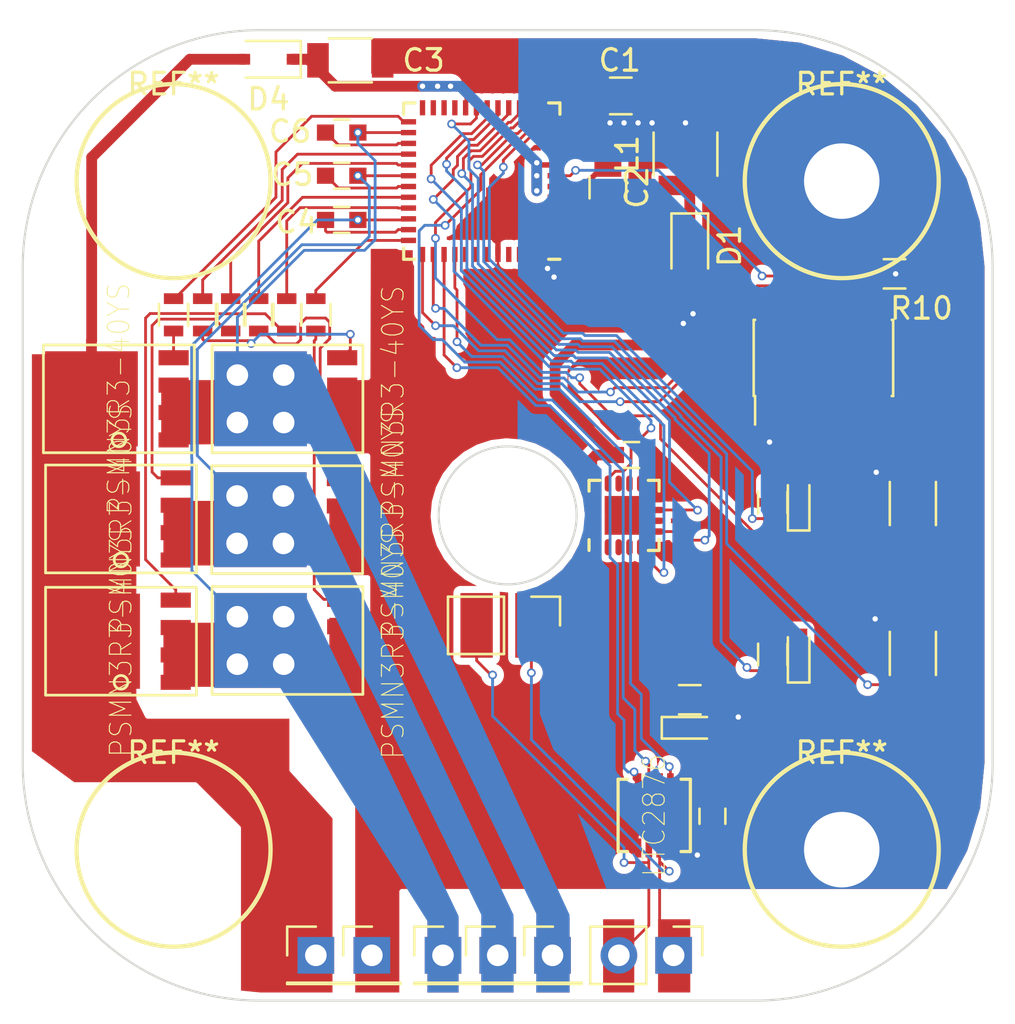
<source format=kicad_pcb>
(kicad_pcb (version 20221018) (generator pcbnew)
  (layers (0 "F.Cu" signal) (31 "B.Cu" signal) (34 "B.Paste" user) (35 "F.Paste" user) (36 "B.SilkS" user "B.Silkscreen") (37 "F.SilkS" user "F.Silkscreen") (38 "B.Mask" user) (39 "F.Mask" user) (44 "Edge.Cuts" user))
  (net 0 "")
  (net 1 "+3V3")
  (net 2 "Earth")
  (net 3 "Net-(C2-Pad2)")
  (net 4 "VM")
  (net 5 "O1")
  (net 6 "BOOT1")
  (net 7 "O2")
  (net 8 "BOOT2")
  (net 9 "O3")
  (net 10 "BOOT3")
  (net 11 "Net-(D1-Pad1)")
  (net 12 "Net-(D2-Pad1)")
  (net 13 "Net-(D3-Pad2)")
  (net 14 "+12V")
  (net 15 "Net-(D5-Pad2)")
  (net 16 "NRST")
  (net 17 "SWDCLK")
  (net 18 "SWDIO")
  (net 19 "MOSI")
  (net 20 "MISO")
  (net 21 "SCK")
  (net 22 "CS")
  (net 23 "RS-B")
  (net 24 "RS-A")
  (net 25 "Net-(Q1-Pad4)")
  (net 26 "Net-(Q2-Pad4)")
  (net 27 "Net-(Q3-Pad4)")
  (net 28 "Net-(Q4-Pad4)")
  (net 29 "Net-(Q5-Pad4)")
  (net 30 "Net-(Q6-Pad4)")
  (net 31 "H1")
  (net 32 "L1")
  (net 33 "H2")
  (net 34 "L2")
  (net 35 "H3")
  (net 36 "L3")
  (net 37 "Net-(U1-Pad4)")
  (net 38 "Net-(U1-Pad5)")
  (net 39 "DE")
  (net 40 "TX")
  (net 41 "RX")
  (net 42 "Net-(CALIB1-Pad1)")
  (net 43 "Net-(ID1-Pad1)")
  (net 44 "Net-(R1-Pad1)")
  (net 45 "Net-(R2-Pad1)")
  (footprint "Capacitors_SMD:C_0805" (layer "F.Cu") (at 70.75 46.05 180)
    (fp_text reference "C1")
    (fp_text value "100uF")
  )
  (footprint "Capacitors_SMD:C_0805" (layer "F.Cu") (at 70.15 50.3 90)
    (fp_text reference "C2")
    (fp_text value "22uF")
  )
  (footprint "Capacitors_SMD:C_0603" (layer "F.Cu") (at 57.8 51.8)
    (fp_text reference "C4")
    (fp_text value "1uF")
  )
  (footprint "Capacitors_SMD:C_0603" (layer "F.Cu") (at 57.8 49.75)
    (fp_text reference "C5")
    (fp_text value "1uF")
  )
  (footprint "Capacitors_SMD:C_0603" (layer "F.Cu") (at 57.8 47.75)
    (fp_text reference "C6")
    (fp_text value "1uF")
  )
  (footprint "Capacitors_SMD:C_0603" (layer "F.Cu") (at 75 79.45 -90)
    (fp_text reference "C7" hide)
    (fp_text value "1uF")
  )
  (footprint "Capacitors_SMD:C_0603" (layer "F.Cu") (at 71.25 62.7 180)
    (fp_text reference "C8" hide)
    (fp_text value "0.1uF")
  )
  (footprint "Resistors_SMD:R_1206" (layer "F.Cu") (at 84.3 64.95 90)
    (fp_text reference "CALIB1" hide)
    (fp_text value "CALIB")
  )
  (footprint "Diodes_SMD:D_SOD-323F" (layer "F.Cu") (at 73.95 53 -90)
    (fp_text reference "D1")
    (fp_text value "CD0603-B0340R")
  )
  (footprint "LEDs:LED_0603" (layer "F.Cu") (at 73.95 75.35)
    (fp_text reference "D2" hide)
    (fp_text value "CD0603-B0340R")
  )
  (footprint "LEDs:LED_0603" (layer "F.Cu") (at 79 71.95 90)
    (fp_text reference "D3" hide)
    (fp_text value "ID")
  )
  (footprint "Diodes_SMD:D_SOD-323F" (layer "F.Cu") (at 54.4 44.35 180)
    (fp_text reference "D4")
    (fp_text value "D")
  )
  (footprint "LEDs:LED_0603" (layer "F.Cu") (at 79 64.9 90)
    (fp_text reference "D5" hide)
    (fp_text value "CALIB")
  )
  (footprint "Resistors_SMD:R_1206" (layer "F.Cu") (at 84.3 71.9 90)
    (fp_text reference "ID1" hide)
    (fp_text value "ID")
  )
  (footprint "Pin_Headers:Pin_Header_Straight_1x02_Pitch2.54mm" (layer "F.Cu") (at 73.2 85.9 -90)
    (fp_text reference "J3" hide)
    (fp_text value "RS485")
  )
  (footprint "Pin_Headers:Pin_Header_Straight_1x01_Pitch2.54mm" (layer "F.Cu") (at 56.6 85.9)
    (fp_text reference "J6" hide)
    (fp_text value "12")
  )
  (footprint "Pin_Headers:Pin_Header_Straight_1x01_Pitch2.54mm" (layer "F.Cu") (at 59.2 85.9)
    (fp_text reference "J9" hide)
    (fp_text value "GND")
  )
  (footprint "Pin_Headers:Pin_Header_Straight_1x01_Pitch2.54mm" (layer "F.Cu") (at 62.5 85.9)
    (fp_text reference "J11" hide)
    (fp_text value "V")
  )
  (footprint "Pin_Headers:Pin_Header_Straight_1x01_Pitch2.54mm" (layer "F.Cu") (at 64.9 85.9)
    (fp_text reference "J12" hide)
    (fp_text value "U")
  )
  (footprint "Pin_Headers:Pin_Header_Straight_1x01_Pitch2.54mm" (layer "F.Cu") (at 67.6 85.9)
    (fp_text reference "J13" hide)
    (fp_text value "W")
  )
  (footprint "Inductors_SMD:L_1210" (layer "F.Cu") (at 73.75 48.75 90)
    (fp_text reference "L1")
    (fp_text value "22uH")
  )
  (footprint "Dizzy:PSMN3R3-40YS" (layer "F.Cu") (at 47.56 71.335 90)
    (fp_text reference "Q1" hide)
    (fp_text value "PSMN3R3-40YS")
  )
  (footprint "Dizzy:PSMN3R3-40YS" (layer "F.Cu") (at 47.56 65.665 90)
    (fp_text reference "Q3" hide)
    (fp_text value "PSMN3R3-40YS")
  )
  (footprint "Dizzy:PSMN3R3-40YS" (layer "F.Cu") (at 47.46 60.095 90)
    (fp_text reference "Q5" hide)
    (fp_text value "PSMN3R3-40YS")
  )
  (footprint "Resistors_SMD:R_0603" (layer "F.Cu") (at 77.8 71.95 90)
    (fp_text reference "R1" hide)
    (fp_text value "320")
  )
  (footprint "Resistors_SMD:R_0603" (layer "F.Cu") (at 77.8 64.9 90)
    (fp_text reference "R2" hide)
    (fp_text value "320")
  )
  (footprint "Resistors_SMD:R_0603" (layer "F.Cu") (at 55.25 56.2 90)
    (fp_text reference "R3" hide)
    (fp_text value "10")
  )
  (footprint "Resistors_SMD:R_0603" (layer "F.Cu") (at 56.6 56.2 90)
    (fp_text reference "R4" hide)
    (fp_text value "10")
  )
  (footprint "Resistors_SMD:R_0603" (layer "F.Cu") (at 52.65 56.2 90)
    (fp_text reference "R5" hide)
    (fp_text value "10")
  )
  (footprint "Resistors_SMD:R_0603" (layer "F.Cu") (at 53.95 56.2 90)
    (fp_text reference "R6" hide)
    (fp_text value "10")
  )
  (footprint "Resistors_SMD:R_0603" (layer "F.Cu") (at 50 56.2 90)
    (fp_text reference "R7" hide)
    (fp_text value "10")
  )
  (footprint "Resistors_SMD:R_0603" (layer "F.Cu") (at 51.35 56.2 90)
    (fp_text reference "R8" hide)
    (fp_text value "10")
  )
  (footprint "Resistors_SMD:R_0603" (layer "F.Cu") (at 73.95 74.05)
    (fp_text reference "R9" hide)
    (fp_text value "320")
  )
  (footprint "Dizzy:STSPIN32-nopad" (layer "F.Cu") (at 64.3 50 180)
    (fp_text reference "U1" hide)
    (fp_text value "STSPIN32F0")
  )
  (footprint "Dizzy:LTC2876" (layer "F.Cu") (at 72.3 79.4113 -90)
    (fp_text reference "U2" hide)
    (fp_text value "LTC2876")
  )
  (footprint "Housings_DFN_QFN:QFN-16-1EP_3x3mm_Pitch0.5mm" (layer "F.Cu") (at 70.9 65.5 90)
    (fp_text reference "U3" hide)
    (fp_text value "MA700")
  )
  (footprint "Dizzy:Oscillator" (layer "F.Cu") (at 67.7 55.15 90)
    (fp_text reference "Y1" hide)
    (fp_text value "8Mhz")
  )
  (footprint "Capacitors_SMD:C_1206" (layer "F.Cu") (at 58.2 44.4)
    (fp_text reference "C3")
    (fp_text value "1uF")
  )
  (footprint "Dizzy:PSMN3R3-40YS-vias" (layer "F.Cu") (at 55.283935 71.3 90)
    (fp_text reference "Q2" hide)
    (fp_text value "PSMN3R3-40YS")
  )
  (footprint "Dizzy:PSMN3R3-40YS-vias" (layer "F.Cu") (at 55.27 65.7 90)
    (fp_text reference "Q4" hide)
    (fp_text value "PSMN3R3-40YS")
  )
  (footprint "Dizzy:PSMN3R3-40YS-vias" (layer "F.Cu") (at 55.283935 60.095 90)
    (fp_text reference "Q6" hide)
    (fp_text value "PSMN3R3-40YS")
  )
  (footprint "Pin_Headers:Pin_Header_Straight_2x05_Pitch1.27mm_SMD" (layer "F.Cu") (at 80.15 58.2 90)
    (fp_text reference "J1" hide)
    (fp_text value "CONN_02X05")
  )
  (footprint "Pin_Headers:Pin_Header_Straight_1x02_Pitch2.54mm" (layer "F.Cu") (at 66.6 70.6 -90)
    (fp_text reference "J2" hide)
    (fp_text value "RS485")
  )
  (footprint "Resistors_SMD:R_0603" (layer "F.Cu") (at 83.45 54.3 180)
    (fp_text reference "R10")
    (fp_text value "10k")
  )
  (footprint "Mounting_Holes:MountingHole_3.5mm" (layer "F.Cu") (at 50 50)
    (fp_text reference "REF**")
    (fp_text value "MountingHole_3.5mm")
  )
  (footprint "Mounting_Holes:MountingHole_3.5mm" (layer "F.Cu") (at 81 50)
    (fp_text reference "REF**")
    (fp_text value "MountingHole_3.5mm")
  )
  (footprint "Mounting_Holes:MountingHole_3.5mm" (layer "F.Cu") (at 81 81)
    (fp_text reference "REF**")
    (fp_text value "MountingHole_3.5mm")
  )
  (footprint "Mounting_Holes:MountingHole_3.5mm" (layer "F.Cu") (at 50 81)
    (fp_text reference "REF**")
    (fp_text value "MountingHole_3.5mm")
  )
  (gr_circle (center 81 50) (end 85.5 50) (stroke (width 0.2)) (fill none) (layer "F.SilkS"))
  (gr_circle (center 50 81) (end 54.5 81) (stroke (width 0.2)) (fill none) (layer "F.SilkS"))
  (gr_circle (center 81 81) (end 85.5 81) (stroke (width 0.2)) (fill none) (layer "F.SilkS"))
  (gr_circle (center 50 50) (end 54.5 50) (stroke (width 0.2)) (fill none) (layer "F.SilkS"))
  (gr_line (start 88 54) (end 88 77) (stroke (width 0.1)) (layer "Edge.Cuts"))
  (gr_arc (start 77 43) (mid 84.778175 46.221825) (end 88 54) (stroke (width 0.1)) (layer "Edge.Cuts"))
  (gr_arc (start 88 77) (mid 84.778175 84.778175) (end 77 88) (stroke (width 0.1)) (layer "Edge.Cuts"))
  (gr_line (start 54 43) (end 77 43) (stroke (width 0.1)) (layer "Edge.Cuts"))
  (gr_circle (center 65.5 65.5) (end 68.7 65.5) (stroke (width 0.1)) (fill none) (layer "Edge.Cuts"))
  (gr_line (start 54 88) (end 77 88) (stroke (width 0.1)) (layer "Edge.Cuts"))
  (gr_arc (start 43 54) (mid 46.221825 46.221825) (end 54 43) (stroke (width 0.1)) (layer "Edge.Cuts"))
  (gr_arc (start 54 88) (mid 46.221825 84.778175) (end 43 77) (stroke (width 0.1)) (layer "Edge.Cuts"))
  (gr_line (start 43 54) (end 43 77) (stroke (width 0.1)) (layer "Edge.Cuts"))
  (segment (start 67.35 54.05) (end 67.35 54.15) (width 0.25) (layer "F.Cu") (net 1))
  (segment (start 74.75 75.35) (end 75.65 75.35) (width 0.13) (layer "F.Cu") (net 1))
  (segment (start 69.275 61.5) (end 69.275 61.425) (width 0.5) (layer "F.Cu") (net 1))
  (segment (start 68.8 47.75) (end 68.8 47.7) (width 0.25) (layer "F.Cu") (net 1))
  (segment (start 73.75 47.3) (end 72.2 47.3) (width 0.5) (layer "F.Cu") (net 1))
  (segment (start 84.3 70.45) (end 82.7 70.45) (width 0.25) (layer "F.Cu") (net 1))
  (segment (start 67.7 48.25) (end 68.3 48.25) (width 0.25) (layer "F.Cu") (net 1))
  (segment (start 67.7 58.5) (end 68.6 57.6) (width 0.5) (layer "F.Cu") (net 1))
  (segment (start 69.425 64.025) (end 69.425 64.75) (width 0.25) (layer "F.Cu") (net 1))
  (segment (start 75.65 75.35) (end 76.15 74.85) (width 0.13) (layer "F.Cu") (net 1))
  (segment (start 77.61 62.06) (end 77.65 62.1) (width 0.13) (layer "F.Cu") (net 1))
  (segment (start 73.75 47.3) (end 73 47.3) (width 0.5) (layer "F.Cu") (net 1))
  (segment (start 76.15 74.85) (end 76.2 74.85) (width 0.13) (layer "F.Cu") (net 1))
  (segment (start 69.9 47.3) (end 69.2 47.3) (width 0.5) (layer "F.Cu") (net 1))
  (segment (start 84.2 54.3) (end 83.5 54.3) (width 0.13) (layer "F.Cu") (net 1))
  (segment (start 70.475 62.7) (end 70.5 62.7) (width 0.5) (layer "F.Cu") (net 1))
  (segment (start 67.35 54.15) (end 67.65 54.45) (width 0.25) (layer "F.Cu") (net 1))
  (segment (start 73 47.3) (end 71.75 46.05) (width 0.5) (layer "F.Cu") (net 1))
  (segment (start 70.5 62.7) (end 69.6 62.7) (width 0.5) (layer "F.Cu") (net 1))
  (segment (start 74.2774 80.9226) (end 75 80.2) (width 0.25) (layer "F.Cu") (net 1))
  (segment (start 68.3 48.25) (end 68.8 47.75) (width 0.25) (layer "F.Cu") (net 1))
  (segment (start 74.2774 81.2274) (end 74.3 81.25) (width 0.25) (layer "F.Cu") (net 1))
  (segment (start 82.7 70.45) (end 82.55 70.3) (width 0.25) (layer "F.Cu") (net 1))
  (segment (start 74.2774 80.9226) (end 74.2774 81.2274) (width 0.25) (layer "F.Cu") (net 1))
  (segment (start 70.475 62.7) (end 69.275 61.5) (width 0.5) (layer "F.Cu") (net 1))
  (segment (start 69.275 61.425) (end 67.7 59.85) (width 0.5) (layer "F.Cu") (net 1))
  (segment (start 67.05 53.4) (end 67.05 53.75) (width 0.25) (layer "F.Cu") (net 1))
  (segment (start 71.55 47.3) (end 70.9 47.3) (width 0.5) (layer "F.Cu") (net 1))
  (segment (start 70.9 47.3) (end 70.25 47.3) (width 0.5) (layer "F.Cu") (net 1))
  (segment (start 72.65 57.6) (end 73.65 56.6) (width 0.5) (layer "F.Cu") (net 1))
  (segment (start 67.7 59.85) (end 67.7 58.5) (width 0.5) (layer "F.Cu") (net 1))
  (segment (start 73.55 47.1) (end 73.75 47.3) (width 0.5) (layer "F.Cu") (net 1))
  (segment (start 69.4 62.9) (end 69.4 64) (width 0.5) (layer "F.Cu") (net 1))
  (segment (start 69.4 64) (end 69.425 64.025) (width 0.25) (layer "F.Cu") (net 1))
  (segment (start 72.2 47.3) (end 71.55 47.3) (width 0.5) (layer "F.Cu") (net 1))
  (segment (start 68.6 57.6) (end 72.65 57.6) (width 0.5) (layer "F.Cu") (net 1))
  (segment (start 69.6 62.7) (end 69.4 62.9) (width 0.5) (layer "F.Cu") (net 1))
  (segment (start 69.2 47.3) (end 68.8 47.7) (width 0.5) (layer "F.Cu") (net 1))
  (segment (start 77.61 60.15) (end 77.61 62.06) (width 0.13) (layer "F.Cu") (net 1))
  (segment (start 70.25 47.3) (end 69.9 47.3) (width 0.5) (layer "F.Cu") (net 1))
  (segment (start 67.05 53.75) (end 67.35 54.05) (width 0.25) (layer "F.Cu") (net 1))
  (segment (start 73.65 56.6) (end 74.1 56.15) (width 0.5) (layer "F.Cu") (net 1))
  (segment (start 84.3 63.5) (end 82.6 63.5) (width 0.25) (layer "F.Cu") (net 1))
  (segment (start 73.05 80.9226) (end 74.2774 80.9226) (width 0.25) (layer "F.Cu") (net 1))
  (via (at 82.55 70.3) (size 0.4) (drill 0.25) (layers "F.Cu" "B.Cu") (net 1))
  (via (at 77.65 62.1) (size 0.4) (drill 0.25) (layers "F.Cu" "B.Cu") (net 1))
  (via (at 73.75 47.3) (size 0.4) (drill 0.25) (layers "F.Cu" "B.Cu") (net 1))
  (via (at 83.5 54.3) (size 0.4) (drill 0.25) (layers "F.Cu" "B.Cu") (net 1))
  (via (at 70.25 47.3) (size 0.4) (drill 0.25) (layers "F.Cu" "B.Cu") (net 1))
  (via (at 74.1 56.15) (size 0.4) (drill 0.25) (layers "F.Cu" "B.Cu") (net 1))
  (via (at 71.55 47.3) (size 0.4) (drill 0.25) (layers "F.Cu" "B.Cu") (net 1))
  (via (at 74.3 81.25) (size 0.4) (drill 0.25) (layers "F.Cu" "B.Cu") (net 1))
  (via (at 72.2 47.3) (size 0.4) (drill 0.25) (layers "F.Cu" "B.Cu") (net 1))
  (via (at 67.35 54.05) (size 0.4) (drill 0.25) (layers "F.Cu" "B.Cu") (net 1))
  (via (at 67.65 54.45) (size 0.4) (drill 0.25) (layers "F.Cu" "B.Cu") (net 1))
  (via (at 70.9 47.3) (size 0.4) (drill 0.25) (layers "F.Cu" "B.Cu") (net 1))
  (via (at 76.2 74.85) (size 0.4) (drill 0.25) (layers "F.Cu" "B.Cu") (net 1))
  (via (at 73.65 56.6) (size 0.4) (drill 0.25) (layers "F.Cu" "B.Cu") (net 1))
  (via (at 82.6 63.5) (size 0.4) (drill 0.25) (layers "F.Cu" "B.Cu") (net 1))
  (segment (start 59.7 44.4) (end 61.65 44.4) (width 0.5) (layer "F.Cu") (net 2))
  (segment (start 65 51.8) (end 65 52.65) (width 0.5) (layer "F.Cu") (net 2))
  (segment (start 65 50.8) (end 65 51.8) (width 0.5) (layer "F.Cu") (net 2))
  (segment (start 65.05 53.4) (end 65.05 52.7) (width 0.25) (layer "F.Cu") (net 2))
  (segment (start 65.05 52.7) (end 65 52.65) (width 0.25) (layer "F.Cu") (net 2))
  (segment (start 69 50.25) (end 68.3 50.25) (width 0.25) (layer "F.Cu") (net 3))
  (segment (start 70.15 49.3) (end 69.95 49.3) (width 0.25) (layer "F.Cu") (net 3))
  (segment (start 69.95 49.3) (end 69 50.25) (width 0.25) (layer "F.Cu") (net 3))
  (segment (start 68.3 50.25) (end 67.7 50.25) (width 0.25) (layer "F.Cu") (net 3))
  (segment (start 66.95 49.25) (end 66.85 49.15) (width 0.25) (layer "F.Cu") (net 4))
  (segment (start 55.5 44.35) (end 56.25 44.35) (width 0.5) (layer "F.Cu") (net 4))
  (segment (start 61.55 45.600004) (end 62.249996 45.600004) (width 0.5) (layer "F.Cu") (net 4))
  (segment (start 62.249996 45.600004) (end 62.25 45.6) (width 0.5) (layer "F.Cu") (net 4))
  (segment (start 62.25 45.6) (end 62.850004 45.6) (width 0.5) (layer "F.Cu") (net 4))
  (segment (start 56.25 44.35) (end 57.500004 45.600004) (width 0.5) (layer "F.Cu") (net 4))
  (segment (start 61.267158 45.600004) (end 61.55 45.600004) (width 0.5) (layer "F.Cu") (net 4))
  (segment (start 66.85 49.75) (end 66.85 49.15) (width 0.5) (layer "F.Cu") (net 4))
  (segment (start 67.7 49.25) (end 66.95 49.25) (width 0.25) (layer "F.Cu") (net 4))
  (segment (start 57.500004 45.600004) (end 61.267158 45.600004) (width 0.5) (layer "F.Cu") (net 4))
  (segment (start 66.85 50.45) (end 66.85 49.75) (width 0.5) (layer "F.Cu") (net 4))
  (segment (start 56.65 44.35) (end 56.7 44.4) (width 0.5) (layer "F.Cu") (net 4))
  (segment (start 55.5 44.35) (end 56.65 44.35) (width 0.5) (layer "F.Cu") (net 4))
  (via (at 62.25 45.6) (size 0.4) (drill 0.25) (layers "F.Cu" "B.Cu") (net 4))
  (via (at 66.85 50.45) (size 0.4) (drill 0.25) (layers "F.Cu" "B.Cu") (net 4))
  (via (at 66.85 49.75) (size 0.4) (drill 0.25) (layers "F.Cu" "B.Cu") (net 4))
  (via (at 62.850004 45.6) (size 0.4) (drill 0.25) (layers "F.Cu" "B.Cu") (net 4))
  (via (at 66.85 49.15) (size 0.4) (drill 0.25) (layers "F.Cu" "B.Cu") (net 4))
  (via (at 61.55 45.600004) (size 0.4) (drill 0.25) (layers "F.Cu" "B.Cu") (net 4))
  (segment (start 66.85 49.15) (end 66.85 49.75) (width 0.5) (layer "B.Cu") (net 4))
  (segment (start 63.3 45.6) (end 63.132846 45.6) (width 0.5) (layer "B.Cu") (net 4))
  (segment (start 62.25 45.6) (end 62.850004 45.6) (width 0.5) (layer "B.Cu") (net 4))
  (segment (start 66.85 49.75) (end 66.85 50.45) (width 0.5) (layer "B.Cu") (net 4))
  (segment (start 62.249996 45.600004) (end 62.25 45.6) (width 0.5) (layer "B.Cu") (net 4))
  (segment (start 61.55 45.600004) (end 62.249996 45.600004) (width 0.5) (layer "B.Cu") (net 4))
  (segment (start 63.132846 45.6) (end 62.850004 45.6) (width 0.5) (layer "B.Cu") (net 4))
  (segment (start 66.85 49.15) (end 63.3 45.6) (width 0.5) (layer "B.Cu") (net 4))
  (segment (start 58.55 51.8) (end 60.85 51.8) (width 0.13) (layer "F.Cu") (net 5))
  (segment (start 60.85 51.8) (end 60.9 51.75) (width 0.13) (layer "F.Cu") (net 5))
  (via (at 58.55 51.8) (size 0.4) (drill 0.25) (layers "F.Cu" "B.Cu") (net 5))
  (segment (start 50.839989 62.8377) (end 50.839989 57.630011) (width 0.13) (layer "B.Cu") (net 5))
  (segment (start 56.67 51.8) (end 58.02 51.8) (width 0.13) (layer "B.Cu") (net 5))
  (segment (start 58.02 51.8) (end 58.55 51.8) (width 0.13) (layer "B.Cu") (net 5))
  (segment (start 52.958935 70.175) (end 50.85 68.066065) (width 0.13) (layer "B.Cu") (net 5))
  (segment (start 50.85 62.847711) (end 50.839989 62.8377) (width 0.13) (layer "B.Cu") (net 5))
  (segment (start 52.958935 70.2) (end 52.958935 70.175) (width 0.13) (layer "B.Cu") (net 5))
  (segment (start 50.839989 57.630011) (end 56.67 51.8) (width 0.13) (layer "B.Cu") (net 5))
  (segment (start 50.85 68.066065) (end 50.85 62.847711) (width 0.13) (layer "B.Cu") (net 5))
  (segment (start 60.299999 52.370001) (end 60.42 52.25) (width 0.13) (layer "F.Cu") (net 6))
  (segment (start 57.05 51.8) (end 57.05 52.305) (width 0.13) (layer "F.Cu") (net 6))
  (segment (start 57.115001 52.370001) (end 60.299999 52.370001) (width 0.13) (layer "F.Cu") (net 6))
  (segment (start 57.05 52.305) (end 57.115001 52.370001) (width 0.13) (layer "F.Cu") (net 6))
  (segment (start 60.42 52.25) (end 60.9 52.25) (width 0.13) (layer "F.Cu") (net 6))
  (segment (start 59.08 49.75) (end 60.9 49.75) (width 0.13) (layer "F.Cu") (net 7))
  (segment (start 58.55 49.75) (end 59.08 49.75) (width 0.13) (layer "F.Cu") (net 7))
  (via (at 58.55 49.75) (size 0.4) (drill 0.25) (layers "F.Cu" "B.Cu") (net 7))
  (segment (start 58.55 49.75) (end 58.575 49.75) (width 0.13) (layer "B.Cu") (net 7))
  (segment (start 51.1 62.73) (end 52.945 64.575) (width 0.13) (layer "B.Cu") (net 7))
  (segment (start 51.1 57.8) (end 51.1 62.73) (width 0.13) (layer "B.Cu") (net 7))
  (segment (start 59.08 52.57) (end 58.7 52.95) (width 0.13) (layer "B.Cu") (net 7))
  (segment (start 58.575 49.75) (end 59.08 50.255) (width 0.13) (layer "B.Cu") (net 7))
  (segment (start 55.95 52.95) (end 51.1 57.8) (width 0.13) (layer "B.Cu") (net 7))
  (segment (start 52.945 64.575) (end 52.945 64.6) (width 0.13) (layer "B.Cu") (net 7))
  (segment (start 59.08 50.255) (end 59.08 52.57) (width 0.13) (layer "B.Cu") (net 7))
  (segment (start 58.7 52.95) (end 55.95 52.95) (width 0.13) (layer "B.Cu") (net 7))
  (segment (start 57.075 49.75) (end 57.645001 50.320001) (width 0.13) (layer "F.Cu") (net 8))
  (segment (start 60.349999 50.320001) (end 60.42 50.25) (width 0.13) (layer "F.Cu") (net 8))
  (segment (start 57.645001 50.320001) (end 60.349999 50.320001) (width 0.13) (layer "F.Cu") (net 8))
  (segment (start 57.05 49.75) (end 57.075 49.75) (width 0.13) (layer "F.Cu") (net 8))
  (segment (start 60.42 50.25) (end 60.9 50.25) (width 0.13) (layer "F.Cu") (net 8))
  (segment (start 60.9 47.75) (end 58.55 47.75) (width 0.13) (layer "F.Cu") (net 9))
  (via (at 58.55 47.75) (size 0.4) (drill 0.25) (layers "F.Cu" "B.Cu") (net 9))
  (segment (start 55.108935 58.97) (end 55.108935 58.995) (width 0.13) (layer "B.Cu") (net 9))
  (segment (start 52.958935 58.995) (end 52.958935 56.308775) (width 0.13) (layer "B.Cu") (net 9))
  (segment (start 58.55 48.255) (end 58.55 47.75) (width 0.13) (layer "B.Cu") (net 9))
  (segment (start 59.35 49.055) (end 58.55 48.255) (width 0.13) (layer "B.Cu") (net 9))
  (segment (start 58.8577 53.210011) (end 59.35 52.717711) (width 0.13) (layer "B.Cu") (net 9))
  (segment (start 56.057699 53.210011) (end 58.8577 53.210011) (width 0.13) (layer "B.Cu") (net 9))
  (segment (start 59.35 52.717711) (end 59.35 49.055) (width 0.13) (layer "B.Cu") (net 9))
  (segment (start 52.958935 56.308775) (end 56.057699 53.210011) (width 0.13) (layer "B.Cu") (net 9))
  (segment (start 60.349999 48.320001) (end 60.42 48.25) (width 0.13) (layer "F.Cu") (net 10))
  (segment (start 57.05 47.75) (end 57.075 47.75) (width 0.13) (layer "F.Cu") (net 10))
  (segment (start 57.075 47.75) (end 57.645001 48.320001) (width 0.13) (layer "F.Cu") (net 10))
  (segment (start 60.42 48.25) (end 60.9 48.25) (width 0.13) (layer "F.Cu") (net 10))
  (segment (start 57.645001 48.320001) (end 60.349999 48.320001) (width 0.13) (layer "F.Cu") (net 10))
  (segment (start 72.919999 48.419999) (end 68.930001 48.419999) (width 0.5) (layer "F.Cu") (net 11))
  (segment (start 73.75 49.25) (end 72.919999 48.419999) (width 0.5) (layer "F.Cu") (net 11))
  (segment (start 73.95 51.9) (end 73.95 50.4) (width 0.5) (layer "F.Cu") (net 11))
  (segment (start 73.75 50.2) (end 73.75 49.25) (width 0.5) (layer "F.Cu") (net 11))
  (segment (start 68.6 48.75) (end 67.7 48.75) (width 0.25) (layer "F.Cu") (net 11))
  (segment (start 68.930001 48.419999) (end 68.6 48.75) (width 0.25) (layer "F.Cu") (net 11))
  (segment (start 73.95 50.4) (end 73.75 50.2) (width 0.5) (layer "F.Cu") (net 11))
  (segment (start 73.2 74.05) (end 73.2 75.3) (width 0.13) (layer "F.Cu") (net 12))
  (segment (start 73.2 75.3) (end 73.15 75.35) (width 0.13) (layer "F.Cu") (net 12))
  (segment (start 77.85 71.15) (end 77.8 71.2) (width 0.13) (layer "F.Cu") (net 13))
  (segment (start 79 71.15) (end 77.85 71.15) (width 0.13) (layer "F.Cu") (net 13))
  (segment (start 50.75 44.35) (end 53.3 44.35) (width 0.5) (layer "F.Cu") (net 14))
  (segment (start 46.2 57.38) (end 46.2 48.9) (width 0.5) (layer "F.Cu") (net 14))
  (segment (start 46.19 57.39) (end 46.2 57.38) (width 0.5) (layer "F.Cu") (net 14))
  (segment (start 46.19 60.095) (end 46.19 57.39) (width 0.5) (layer "F.Cu") (net 14))
  (segment (start 46.2 48.9) (end 50.75 44.35) (width 0.5) (layer "F.Cu") (net 14))
  (segment (start 78.95 64.15) (end 79 64.1) (width 0.13) (layer "F.Cu") (net 15))
  (segment (start 77.8 64.15) (end 78.95 64.15) (width 0.13) (layer "F.Cu") (net 15))
  (segment (start 67.7 49.75) (end 68.4 49.75) (width 0.13) (layer "F.Cu") (net 16))
  (segment (start 82.69 55.42) (end 82.69 56.25) (width 0.13) (layer "F.Cu") (net 16))
  (segment (start 77.3 54.4) (end 81.67 54.4) (width 0.13) (layer "F.Cu") (net 16))
  (segment (start 82.7 56.24) (end 82.69 56.25) (width 0.13) (layer "F.Cu") (net 16))
  (segment (start 82.7 54.3) (end 82.7 56.24) (width 0.13) (layer "F.Cu") (net 16))
  (segment (start 68.4 49.75) (end 68.65 49.5) (width 0.13) (layer "F.Cu") (net 16))
  (segment (start 81.67 54.4) (end 82.69 55.42) (width 0.13) (layer "F.Cu") (net 16))
  (via (at 77.3 54.4) (size 0.4) (drill 0.25) (layers "F.Cu" "B.Cu") (net 16))
  (via (at 68.65 49.5) (size 0.4) (drill 0.25) (layers "F.Cu" "B.Cu") (net 16))
  (segment (start 68.65 49.5) (end 72.49 49.5) (width 0.13) (layer "B.Cu") (net 16))
  (segment (start 72.49 49.5) (end 77.3 54.31) (width 0.13) (layer "B.Cu") (net 16))
  (segment (start 68.65 49.5) (end 68.55 49.5) (width 0.13) (layer "B.Cu") (net 16))
  (segment (start 77.3 54.31) (end 77.3 54.4) (width 0.13) (layer "B.Cu") (net 16))
  (segment (start 70.470684 59.579316) (end 70.270685 59.779315) (width 0.13) (layer "F.Cu") (net 17))
  (segment (start 72.820684 59.579316) (end 70.470684 59.579316) (width 0.13) (layer "F.Cu") (net 17))
  (segment (start 75.2 57.2) (end 75.2 56.738998) (width 0.13) (layer "F.Cu") (net 17))
  (segment (start 75.2 57.2) (end 72.820684 59.579316) (width 0.13) (layer "F.Cu") (net 17))
  (segment (start 62.05 55.79501) (end 62.15499 55.9) (width 0.13) (layer "F.Cu") (net 17))
  (segment (start 75.2 56.738998) (end 77.083999 54.854999) (width 0.13) (layer "F.Cu") (net 17))
  (segment (start 78.88 55.42) (end 78.88 56.25) (width 0.13) (layer "F.Cu") (net 17))
  (segment (start 77.083999 54.854999) (end 78.314999 54.854999) (width 0.13) (layer "F.Cu") (net 17))
  (segment (start 62.05 53.4) (end 62.05 55.79501) (width 0.13) (layer "F.Cu") (net 17))
  (segment (start 78.314999 54.854999) (end 78.88 55.42) (width 0.13) (layer "F.Cu") (net 17))
  (via (at 62.15499 55.9) (size 0.4) (drill 0.25) (layers "F.Cu" "B.Cu") (net 17))
  (via (at 70.270685 59.779315) (size 0.4) (drill 0.25) (layers "F.Cu" "B.Cu") (net 17))
  (segment (start 67.000818 59.129978) (end 65.483031 57.612187) (width 0.13) (layer "B.Cu") (net 17))
  (segment (start 65.483031 57.612187) (end 64.264502 57.612187) (width 0.13) (layer "B.Cu") (net 17))
  (segment (start 62.552315 55.9) (end 62.437832 55.9) (width 0.13) (layer "B.Cu") (net 17))
  (segment (start 62.437832 55.9) (end 62.15499 55.9) (width 0.13) (layer "B.Cu") (net 17))
  (segment (start 68.764737 59.779315) (end 68.1154 59.129978) (width 0.13) (layer "B.Cu") (net 17))
  (segment (start 64.264502 57.612187) (end 62.552315 55.9) (width 0.13) (layer "B.Cu") (net 17))
  (segment (start 68.1154 59.129978) (end 67.000818 59.129978) (width 0.13) (layer "B.Cu") (net 17))
  (segment (start 70.270685 59.779315) (end 68.764737 59.779315) (width 0.13) (layer "B.Cu") (net 17))
  (segment (start 74.61771 58.15) (end 72.540394 60.227316) (width 0.13) (layer "F.Cu") (net 18))
  (segment (start 61.954991 56.504316) (end 62.15499 56.704315) (width 0.13) (layer "F.Cu") (net 18))
  (segment (start 71.001529 60.227316) (end 70.718687 60.227316) (width 0.13) (layer "F.Cu") (net 18))
  (segment (start 77.61 56.25) (end 77.11 56.25) (width 0.13) (layer "F.Cu") (net 18))
  (segment (start 61.55 53.4) (end 61.55 56.099325) (width 0.13) (layer "F.Cu") (net 18))
  (segment (start 77.11 56.25) (end 75.21 58.15) (width 0.13) (layer "F.Cu") (net 18))
  (segment (start 72.540394 60.227316) (end 71.001529 60.227316) (width 0.13) (layer "F.Cu") (net 18))
  (segment (start 75.21 58.15) (end 74.61771 58.15) (width 0.13) (layer "F.Cu") (net 18))
  (segment (start 61.55 56.099325) (end 61.954991 56.504316) (width 0.13) (layer "F.Cu") (net 18))
  (via (at 70.718687 60.227316) (size 0.4) (drill 0.25) (layers "F.Cu" "B.Cu") (net 18))
  (via (at 62.15499 56.704315) (size 0.4) (drill 0.25) (layers "F.Cu" "B.Cu") (net 18))
  (segment (start 64.156802 57.872198) (end 62.988919 56.704315) (width 0.13) (layer "B.Cu") (net 18))
  (segment (start 62.988919 56.704315) (end 62.437832 56.704315) (width 0.13) (layer "B.Cu") (net 18))
  (segment (start 66.893119 59.389989) (end 65.375331 57.872198) (width 0.13) (layer "B.Cu") (net 18))
  (segment (start 62.437832 56.704315) (end 62.15499 56.704315) (width 0.13) (layer "B.Cu") (net 18))
  (segment (start 70.718687 60.227316) (end 68.845027 60.227316) (width 0.13) (layer "B.Cu") (net 18))
  (segment (start 65.375331 57.872198) (end 64.156802 57.872198) (width 0.13) (layer "B.Cu") (net 18))
  (segment (start 68.845027 60.227316) (end 68.0077 59.389989) (width 0.13) (layer "B.Cu") (net 18))
  (segment (start 68.0077 59.389989) (end 66.893119 59.389989) (width 0.13) (layer "B.Cu") (net 18))
  (segment (start 64.55 47.079974) (end 63.829974 47.8) (width 0.13) (layer "F.Cu") (net 19))
  (segment (start 61.95 49.265396) (end 61.95 49.617158) (width 0.13) (layer "F.Cu") (net 19))
  (segment (start 63.829974 47.8) (end 63.415396 47.8) (width 0.13) (layer "F.Cu") (net 19))
  (segment (start 71.65 67.2) (end 72.6 68.15) (width 0.13) (layer "F.Cu") (net 19))
  (segment (start 64.55 46.6) (end 64.55 47.079974) (width 0.13) (layer "F.Cu") (net 19))
  (segment (start 72.6 68.15) (end 72.75 68.15) (width 0.13) (layer "F.Cu") (net 19))
  (segment (start 71.65 66.975) (end 71.65 67.2) (width 0.13) (layer "F.Cu") (net 19))
  (segment (start 61.95 49.617158) (end 61.95 49.9) (width 0.13) (layer "F.Cu") (net 19))
  (segment (start 63.415396 47.8) (end 61.95 49.265396) (width 0.13) (layer "F.Cu") (net 19))
  (via (at 61.95 49.9) (size 0.4) (drill 0.25) (layers "F.Cu" "B.Cu") (net 19))
  (via (at 72.75 68.15) (size 0.4) (drill 0.25) (layers "F.Cu" "B.Cu") (net 19))
  (segment (start 62.149999 50.099999) (end 61.95 49.9) (width 0.13) (layer "B.Cu") (net 19))
  (segment (start 72.75 68.15) (end 72.75 61.332291) (width 0.13) (layer "B.Cu") (net 19))
  (segment (start 68.4385 58.349945) (end 67.543679 58.349945) (width 0.13) (layer "B.Cu") (net 19))
  (segment (start 67.543679 58.349945) (end 63.349945 54.156211) (width 0.13) (layer "B.Cu") (net 19))
  (segment (start 63.349945 51.299945) (end 62.149999 50.099999) (width 0.13) (layer "B.Cu") (net 19))
  (segment (start 72.75 61.332291) (end 69.877776 58.460066) (width 0.13) (layer "B.Cu") (net 19))
  (segment (start 68.548621 58.460066) (end 68.4385 58.349945) (width 0.13) (layer "B.Cu") (net 19))
  (segment (start 63.349945 54.156211) (end 63.349945 51.299945) (width 0.13) (layer "B.Cu") (net 19))
  (segment (start 69.877776 58.460066) (end 68.548621 58.460066) (width 0.13) (layer "B.Cu") (net 19))
  (segment (start 65.05 46.95) (end 63.929634 48.070366) (width 0.13) (layer "F.Cu") (net 20))
  (segment (start 62.665825 48.934835) (end 62.665825 49.217677) (width 0.13) (layer "F.Cu") (net 20))
  (segment (start 63.530294 48.070366) (end 62.665825 48.934835) (width 0.13) (layer "F.Cu") (net 20))
  (segment (start 73.45 65.25) (end 72.375 65.25) (width 0.13) (layer "F.Cu") (net 20))
  (segment (start 65.05 46.6) (end 65.05 46.95) (width 0.13) (layer "F.Cu") (net 20))
  (segment (start 73.45 65.25) (end 74.299457 65.25) (width 0.13) (layer "F.Cu") (net 20))
  (segment (start 63.929634 48.070366) (end 63.530294 48.070366) (width 0.13) (layer "F.Cu") (net 20))
  (segment (start 74.299457 65.25) (end 74.308093 65.258636) (width 0.13) (layer "F.Cu") (net 20))
  (via (at 74.308093 65.258636) (size 0.4) (drill 0.25) (layers "F.Cu" "B.Cu") (net 20))
  (via (at 62.665825 49.217677) (size 0.4) (drill 0.25) (layers "F.Cu" "B.Cu") (net 20))
  (segment (start 70.117766 58.200055) (end 68.656321 58.200055) (width 0.13) (layer "B.Cu") (net 20))
  (segment (start 73.010011 61.0923) (end 70.117766 58.200055) (width 0.13) (layer "B.Cu") (net 20))
  (segment (start 67.651379 58.089934) (end 63.609956 54.048511) (width 0.13) (layer "B.Cu") (net 20))
  (segment (start 63.609956 50.474339) (end 62.665825 49.530208) (width 0.13) (layer "B.Cu") (net 20))
  (segment (start 62.665825 49.500519) (end 62.665825 49.217677) (width 0.13) (layer "B.Cu") (net 20))
  (segment (start 73.010011 63.960554) (end 73.010011 61.0923) (width 0.13) (layer "B.Cu") (net 20))
  (segment (start 74.308093 65.258636) (end 73.010011 63.960554) (width 0.13) (layer "B.Cu") (net 20))
  (segment (start 62.665825 49.530208) (end 62.665825 49.500519) (width 0.13) (layer "B.Cu") (net 20))
  (segment (start 68.656321 58.200055) (end 68.5462 58.089934) (width 0.13) (layer "B.Cu") (net 20))
  (segment (start 63.609956 54.048511) (end 63.609956 50.474339) (width 0.13) (layer "B.Cu") (net 20))
  (segment (start 68.5462 58.089934) (end 67.651379 58.089934) (width 0.13) (layer "B.Cu") (net 20))
  (segment (start 63.17196 49.266179) (end 62.976479 49.46166) (width 0.13) (layer "F.Cu") (net 21))
  (segment (start 62.249999 50.650001) (end 62.05 50.85) (width 0.13) (layer "F.Cu") (net 21))
  (segment (start 70.871011 63.45499) (end 70.49501 63.45499) (width 0.13) (layer "F.Cu") (net 21))
  (segment (start 71.225 62.375) (end 71.225 63.101002) (width 0.13) (layer "F.Cu") (net 21))
  (segment (start 63.17196 48.858016) (end 63.17196 49.266179) (width 0.13) (layer "F.Cu") (net 21))
  (segment (start 63.694999 48.334977) (end 63.17196 48.858016) (width 0.13) (layer "F.Cu") (net 21))
  (segment (start 65.55 46.6) (end 65.55 46.879976) (width 0.13) (layer "F.Cu") (net 21))
  (segment (start 72.15 61.45) (end 71.225 62.375) (width 0.13) (layer "F.Cu") (net 21))
  (segment (start 62.976479 49.923521) (end 62.249999 50.650001) (width 0.13) (layer "F.Cu") (net 21))
  (segment (start 62.976479 49.46166) (end 62.976479 49.923521) (width 0.13) (layer "F.Cu") (net 21))
  (segment (start 71.225 63.101002) (end 70.871011 63.45499) (width 0.13) (layer "F.Cu") (net 21))
  (segment (start 70.15 63.8) (end 70.15 64.025) (width 0.13) (layer "F.Cu") (net 21))
  (segment (start 64.094999 48.334977) (end 63.694999 48.334977) (width 0.13) (layer "F.Cu") (net 21))
  (segment (start 70.49501 63.45499) (end 70.15 63.8) (width 0.13) (layer "F.Cu") (net 21))
  (segment (start 65.55 46.879976) (end 64.094999 48.334977) (width 0.13) (layer "F.Cu") (net 21))
  (via (at 72.15 61.45) (size 0.4) (drill 0.25) (layers "F.Cu" "B.Cu") (net 21))
  (via (at 62.05 50.85) (size 0.4) (drill 0.25) (layers "F.Cu" "B.Cu") (net 21))
  (segment (start 63.010011 54.183988) (end 67.435979 58.609956) (width 0.13) (layer "B.Cu") (net 21))
  (segment (start 68.3308 58.609956) (end 68.440921 58.720077) (width 0.13) (layer "B.Cu") (net 21))
  (segment (start 72.15 61.100001) (end 72.15 61.167158) (width 0.13) (layer "B.Cu") (net 21))
  (segment (start 69.770076 58.720077) (end 72.15 61.100001) (width 0.13) (layer "B.Cu") (net 21))
  (segment (start 67.435979 58.609956) (end 68.3308 58.609956) (width 0.13) (layer "B.Cu") (net 21))
  (segment (start 62.05 50.85) (end 63.010011 51.810011) (width 0.13) (layer "B.Cu") (net 21))
  (segment (start 72.15 61.167158) (end 72.15 61.45) (width 0.13) (layer "B.Cu") (net 21))
  (segment (start 68.440921 58.720077) (end 69.770076 58.720077) (width 0.13) (layer "B.Cu") (net 21))
  (segment (start 63.010011 51.810011) (end 63.010011 54.183988) (width 0.13) (layer "B.Cu") (net 21))
  (segment (start 63.444987 48.952699) (end 63.444988 49.577755) (width 0.13) (layer "F.Cu") (net 22))
  (segment (start 65.537299 47.274966) (end 64.217277 48.594988) (width 0.13) (layer "F.Cu") (net 22))
  (segment (start 73.17 66.25) (end 72.375 66.25) (width 0.13) (layer "F.Cu") (net 22))
  (segment (start 74.65 66.65) (end 73.57 66.65) (width 0.13) (layer "F.Cu") (net 22))
  (segment (start 64.217277 48.594988) (end 63.802698 48.594988) (width 0.13) (layer "F.Cu") (net 22))
  (segment (start 63.802698 48.594988) (end 63.444987 48.952699) (width 0.13) (layer "F.Cu") (net 22))
  (segment (start 66.05 46.862265) (end 65.637299 47.274966) (width 0.13) (layer "F.Cu") (net 22))
  (segment (start 63.444988 49.577755) (end 63.371481 49.651262) (width 0.13) (layer "F.Cu") (net 22))
  (segment (start 65.637299 47.274966) (end 65.537299 47.274966) (width 0.13) (layer "F.Cu") (net 22))
  (segment (start 73.57 66.65) (end 73.17 66.25) (width 0.13) (layer "F.Cu") (net 22))
  (segment (start 66.05 46.6) (end 66.05 46.862265) (width 0.13) (layer "F.Cu") (net 22))
  (via (at 63.371481 49.651262) (size 0.4) (drill 0.25) (layers "F.Cu" "B.Cu") (net 22))
  (via (at 74.65 66.65) (size 0.4) (drill 0.25) (layers "F.Cu" "B.Cu") (net 22))
  (segment (start 63.57148 49.851261) (end 63.371481 49.651262) (width 0.13) (layer "B.Cu") (net 22))
  (segment (start 73.270022 60.9846) (end 70.225466 57.940044) (width 0.13) (layer "B.Cu") (net 22))
  (segment (start 73.270022 61.055444) (end 73.270022 60.9846) (width 0.13) (layer "B.Cu") (net 22))
  (segment (start 63.869967 53.940811) (end 63.869967 50.149748) (width 0.13) (layer "B.Cu") (net 22))
  (segment (start 63.869967 50.149748) (end 63.57148 49.851261) (width 0.13) (layer "B.Cu") (net 22))
  (segment (start 74.65 66.65) (end 74.849999 66.450001) (width 0.13) (layer "B.Cu") (net 22))
  (segment (start 70.225466 57.940044) (end 68.764021 57.940044) (width 0.13) (layer "B.Cu") (net 22))
  (segment (start 67.759079 57.829923) (end 63.869967 53.940811) (width 0.13) (layer "B.Cu") (net 22))
  (segment (start 68.6539 57.829923) (end 67.759079 57.829923) (width 0.13) (layer "B.Cu") (net 22))
  (segment (start 74.849999 66.450001) (end 74.849999 62.635421) (width 0.13) (layer "B.Cu") (net 22))
  (segment (start 74.849999 62.635421) (end 73.270022 61.055444) (width 0.13) (layer "B.Cu") (net 22))
  (segment (start 68.764021 57.940044) (end 68.6539 57.829923) (width 0.13) (layer "B.Cu") (net 22))
  (segment (start 72.55 81.6) (end 72.6 81.6) (width 0.13) (layer "F.Cu") (net 23))
  (segment (start 72.55 80.9226) (end 72.55 81.6) (width 0.13) (layer "F.Cu") (net 23))
  (segment (start 72.55 81.6) (end 72.55 85.25) (width 0.13) (layer "F.Cu") (net 23))
  (segment (start 72.6 81.6) (end 73 82) (width 0.13) (layer "F.Cu") (net 23))
  (segment (start 66.6 72.8) (end 66.6 70.6) (width 0.13) (layer "F.Cu") (net 23))
  (segment (start 72.55 85.25) (end 73.2 85.9) (width 0.13) (layer "F.Cu") (net 23))
  (via (at 73 82) (size 0.4) (drill 0.25) (layers "F.Cu" "B.Cu") (net 23))
  (via (at 66.6 72.8) (size 0.4) (drill 0.25) (layers "F.Cu" "B.Cu") (net 23))
  (segment (start 67.7 76.982842) (end 67.682842 76.982842) (width 0.13) (layer "B.Cu") (net 23))
  (segment (start 72.717158 82) (end 67.7 76.982842) (width 0.13) (layer "B.Cu") (net 23))
  (segment (start 66.6 75.9) (end 66.6 72.8) (width 0.13) (layer "B.Cu") (net 23))
  (segment (start 73 82) (end 72.717158 82) (width 0.13) (layer "B.Cu") (net 23))
  (segment (start 67.682842 76.982842) (end 66.6 75.9) (width 0.13) (layer "B.Cu") (net 23))
  (segment (start 70.66 85.9) (end 72.05 84.51) (width 0.13) (layer "F.Cu") (net 24))
  (segment (start 64.06 72.23) (end 64.73 72.9) (width 0.13) (layer "F.Cu") (net 24))
  (segment (start 64.06 70.6) (end 64.06 72.23) (width 0.13) (layer "F.Cu") (net 24))
  (segment (start 72.05 82.1) (end 72.05 81.6) (width 0.13) (layer "F.Cu") (net 24))
  (segment (start 72.05 84.51) (end 72.05 82.1) (width 0.13) (layer "F.Cu") (net 24))
  (segment (start 64.73 72.9) (end 64.8 72.9) (width 0.13) (layer "F.Cu") (net 24))
  (segment (start 72.05 81.6) (end 70.9 81.6) (width 0.13) (layer "F.Cu") (net 24))
  (segment (start 72.05 81.6) (end 72.05 80.9226) (width 0.13) (layer "F.Cu") (net 24))
  (via (at 70.9 81.6) (size 0.4) (drill 0.25) (layers "F.Cu" "B.Cu") (net 24))
  (via (at 64.8 72.9) (size 0.4) (drill 0.25) (layers "F.Cu" "B.Cu") (net 24))
  (segment (start 70.9 81.6) (end 70.9 80.9) (width 0.13) (layer "B.Cu") (net 24))
  (segment (start 70.9 80.9) (end 64.8 74.8) (width 0.13) (layer "B.Cu") (net 24))
  (segment (start 64.8 74.8) (end 64.8 73.182842) (width 0.13) (layer "B.Cu") (net 24))
  (segment (start 64.8 73.182842) (end 64.8 72.9) (width 0.13) (layer "B.Cu") (net 24))
  (segment (start 48.7 67.55) (end 50.1 68.95) (width 0.13) (layer "F.Cu") (net 25))
  (segment (start 50.1 68.95) (end 50.1 69.43) (width 0.13) (layer "F.Cu") (net 25))
  (segment (start 55.25 56.95) (end 55.05 56.95) (width 0.13) (layer "F.Cu") (net 25))
  (segment (start 50.1 69.43) (end 49.75 69.43) (width 0.13) (layer "F.Cu") (net 25))
  (segment (start 54.25 56.15) (end 52.017711 56.15) (width 0.13) (layer "F.Cu") (net 25))
  (segment (start 52.0077 56.139989) (end 48.910011 56.139989) (width 0.13) (layer "F.Cu") (net 25))
  (segment (start 52.017711 56.15) (end 52.0077 56.139989) (width 0.13) (layer "F.Cu") (net 25))
  (segment (start 48.7 56.35) (end 48.7 67.55) (width 0.13) (layer "F.Cu") (net 25))
  (segment (start 48.910011 56.139989) (end 48.7 56.35) (width 0.13) (layer "F.Cu") (net 25))
  (segment (start 55.05 56.95) (end 54.25 56.15) (width 0.13) (layer "F.Cu") (net 25))
  (segment (start 56.97 69.395) (end 57.823935 69.395) (width 0.13) (layer "F.Cu") (net 26))
  (segment (start 56.6 57.33) (end 56.525 57.405) (width 0.13) (layer "F.Cu") (net 26))
  (segment (start 56.6 56.95) (end 56.6 57.33) (width 0.13) (layer "F.Cu") (net 26))
  (segment (start 56.525 57.405) (end 56.525 68.95) (width 0.13) (layer "F.Cu") (net 26))
  (segment (start 56.525 68.95) (end 56.97 69.395) (width 0.13) (layer "F.Cu") (net 26))
  (segment (start 51.9 56.4) (end 52.45 56.95) (width 0.13) (layer "F.Cu") (net 27))
  (segment (start 49.3 56.4) (end 51.9 56.4) (width 0.13) (layer "F.Cu") (net 27))
  (segment (start 49 63.49) (end 49 56.7) (width 0.13) (layer "F.Cu") (net 27))
  (segment (start 49.27 63.76) (end 49 63.49) (width 0.13) (layer "F.Cu") (net 27))
  (segment (start 49 56.7) (end 49.3 56.4) (width 0.13) (layer "F.Cu") (net 27))
  (segment (start 52.45 56.95) (end 52.65 56.95) (width 0.13) (layer "F.Cu") (net 27))
  (segment (start 50.1 63.76) (end 49.27 63.76) (width 0.13) (layer "F.Cu") (net 27))
  (segment (start 56.8 57.75) (end 56.8 63) (width 0.13) (layer "F.Cu") (net 28))
  (segment (start 55.895001 57.356001) (end 55.895001 56.603997) (width 0.13) (layer "F.Cu") (net 28))
  (segment (start 54.15 56.95) (end 54.75 57.55) (width 0.13) (layer "F.Cu") (net 28))
  (segment (start 54.75 57.55) (end 55.701002 57.55) (width 0.13) (layer "F.Cu") (net 28))
  (segment (start 55.895001 56.603997) (end 56.148998 56.35) (width 0.13) (layer "F.Cu") (net 28))
  (segment (start 57.595 63.795) (end 57.81 63.795) (width 0.13) (layer "F.Cu") (net 28))
  (segment (start 56.8 63) (end 57.595 63.795) (width 0.13) (layer "F.Cu") (net 28))
  (segment (start 57.051002 56.35) (end 57.245001 56.543999) (width 0.13) (layer "F.Cu") (net 28))
  (segment (start 53.95 56.95) (end 54.15 56.95) (width 0.13) (layer "F.Cu") (net 28))
  (segment (start 57.245001 56.543999) (end 57.245001 57.304999) (width 0.13) (layer "F.Cu") (net 28))
  (segment (start 56.148998 56.35) (end 57.051002 56.35) (width 0.13) (layer "F.Cu") (net 28))
  (segment (start 57.245001 57.304999) (end 56.8 57.75) (width 0.13) (layer "F.Cu") (net 28))
  (segment (start 55.701002 57.55) (end 55.895001 57.356001) (width 0.13) (layer "F.Cu") (net 28))
  (segment (start 50 56.95) (end 50 58.19) (width 0.13) (layer "F.Cu") (net 29))
  (segment (start 51.35 56.95) (end 51.35 57.33) (width 0.13) (layer "F.Cu") (net 30))
  (segment (start 58.2 57.813935) (end 57.823935 58.19) (width 0.13) (layer "F.Cu") (net 30))
  (segment (start 51.42 57.4) (end 53.469998 57.4) (width 0.13) (layer "F.Cu") (net 30))
  (segment (start 53.469998 57.4) (end 53.6 57.530002) (width 0.13) (layer "F.Cu") (net 30))
  (segment (start 51.35 57.33) (end 51.42 57.4) (width 0.13) (layer "F.Cu") (net 30))
  (segment (start 58.2 57.1) (end 58.2 57.813935) (width 0.13) (layer "F.Cu") (net 30))
  (via (at 53.6 57.530002) (size 0.4) (drill 0.25) (layers "F.Cu" "B.Cu") (net 30))
  (via (at 58.2 57.1) (size 0.4) (drill 0.25) (layers "F.Cu" "B.Cu") (net 30))
  (segment (start 54.030002 57.1) (end 58.2 57.1) (width 0.13) (layer "B.Cu") (net 30))
  (segment (start 53.6 57.530002) (end 54.030002 57.1) (width 0.13) (layer "B.Cu") (net 30))
  (segment (start 55.870001 51.229999) (end 60.399999 51.229999) (width 0.13) (layer "F.Cu") (net 31))
  (segment (start 60.42 51.25) (end 60.9 51.25) (width 0.13) (layer "F.Cu") (net 31))
  (segment (start 55.25 51.85) (end 55.870001 51.229999) (width 0.13) (layer "F.Cu") (net 31))
  (segment (start 60.399999 51.229999) (end 60.42 51.25) (width 0.13) (layer "F.Cu") (net 31))
  (segment (start 55.25 55.45) (end 55.25 51.85) (width 0.13) (layer "F.Cu") (net 31))
  (segment (start 56.6 55.07) (end 58.92 52.75) (width 0.13) (layer "F.Cu") (net 32))
  (segment (start 56.6 55.45) (end 56.6 55.07) (width 0.13) (layer "F.Cu") (net 32))
  (segment (start 58.92 52.75) (end 60.42 52.75) (width 0.13) (layer "F.Cu") (net 32))
  (segment (start 60.42 52.75) (end 60.9 52.75) (width 0.13) (layer "F.Cu") (net 32))
  (segment (start 55.970001 49.179999) (end 55.3 49.85) (width 0.13) (layer "F.Cu") (net 33))
  (segment (start 60.349999 49.179999) (end 55.970001 49.179999) (width 0.13) (layer "F.Cu") (net 33))
  (segment (start 55.3 49.85) (end 55.3 51) (width 0.13) (layer "F.Cu") (net 33))
  (segment (start 60.9 49.25) (end 60.42 49.25) (width 0.13) (layer "F.Cu") (net 33))
  (segment (start 52.65 53.65) (end 52.65 55.45) (width 0.13) (layer "F.Cu") (net 33))
  (segment (start 60.42 49.25) (end 60.349999 49.179999) (width 0.13) (layer "F.Cu") (net 33))
  (segment (start 55.3 51) (end 52.65 53.65) (width 0.13) (layer "F.Cu") (net 33))
  (segment (start 60.9 50.75) (end 55.982289 50.75) (width 0.13) (layer "F.Cu") (net 34))
  (segment (start 55.982289 50.75) (end 53.95 52.782289) (width 0.13) (layer "F.Cu") (net 34))
  (segment (start 53.95 55.07) (end 53.95 55.45) (width 0.13) (layer "F.Cu") (net 34))
  (segment (start 53.95 52.782289) (end 53.95 55.07) (width 0.13) (layer "F.Cu") (net 34))
  (segment (start 56.405 46.995) (end 60.42 46.995) (width 0.13) (layer "F.Cu") (net 35))
  (segment (start 50.05 55.45) (end 54.75 50.75) (width 0.13) (layer "F.Cu") (net 35))
  (segment (start 54.75 50.75) (end 54.75 48.65) (width 0.13) (layer "F.Cu") (net 35))
  (segment (start 60.675 47.25) (end 60.9 47.25) (width 0.13) (layer "F.Cu") (net 35))
  (segment (start 54.75 48.65) (end 56.405 46.995) (width 0.13) (layer "F.Cu") (net 35))
  (segment (start 50 55.45) (end 50.05 55.45) (width 0.13) (layer "F.Cu") (net 35))
  (segment (start 60.42 46.995) (end 60.675 47.25) (width 0.13) (layer "F.Cu") (net 35))
  (segment (start 51.35 54.58229) (end 51.35 55.07) (width 0.13) (layer "F.Cu") (net 36))
  (segment (start 60.9 48.75) (end 55.75 48.75) (width 0.13) (layer "F.Cu") (net 36))
  (segment (start 51.35 55.07) (end 51.35 55.45) (width 0.13) (layer "F.Cu") (net 36))
  (segment (start 55.03999 49.46001) (end 55.03999 50.8923) (width 0.13) (layer "F.Cu") (net 36))
  (segment (start 55.75 48.75) (end 55.03999 49.46001) (width 0.13) (layer "F.Cu") (net 36))
  (segment (start 55.03999 50.8923) (end 51.35 54.58229) (width 0.13) (layer "F.Cu") (net 36))
  (segment (start 68.18 51.25) (end 69.104999 52.174999) (width 0.13) (layer "F.Cu") (net 37))
  (segment (start 69.104999 54.754999) (end 69.5 55.15) (width 0.13) (layer "F.Cu") (net 37))
  (segment (start 67.7 51.25) (end 68.18 51.25) (width 0.13) (layer "F.Cu") (net 37))
  (segment (start 69.5 55.15) (end 70 55.15) (width 0.13) (layer "F.Cu") (net 37))
  (segment (start 69.104999 52.174999) (end 69.104999 54.754999) (width 0.13) (layer "F.Cu") (net 37))
  (segment (start 68.18 50.75) (end 67.7 50.75) (width 0.13) (layer "F.Cu") (net 38))
  (segment (start 69.5 52.07) (end 68.18 50.75) (width 0.13) (layer "F.Cu") (net 38))
  (segment (start 70 52.75) (end 69.5 52.75) (width 0.25) (layer "F.Cu") (net 38))
  (segment (start 69.5 52.75) (end 69.5 52.07) (width 0.13) (layer "F.Cu") (net 38))
  (segment (start 67.7 47.25) (end 67.029727 47.25) (width 0.13) (layer "F.Cu") (net 39))
  (segment (start 67.029727 47.25) (end 66.609749 47.669978) (width 0.13) (layer "F.Cu") (net 39))
  (segment (start 66.459748 47.669978) (end 66.034748 48.094978) (width 0.13) (layer "F.Cu") (net 39))
  (segment (start 62.799999 51.850001) (end 62.6 52.05) (width 0.13) (layer "F.Cu") (net 39))
  (segment (start 64.249999 50.400001) (end 62.799999 51.850001) (width 0.13) (layer "F.Cu") (net 39))
  (segment (start 72.05 77.9) (end 72.05 77.05) (width 0.13) (layer "F.Cu") (net 39))
  (segment (start 65.857971 48.094978) (end 64.249999 49.70295) (width 0.13) (layer "F.Cu") (net 39))
  (segment (start 66.034748 48.094978) (end 65.857971 48.094978) (width 0.13) (layer "F.Cu") (net 39))
  (segment (start 72.05 77.9) (end 72.55 77.9) (width 0.13) (layer "F.Cu") (net 39))
  (segment (start 66.609749 47.669978) (end 66.459748 47.669978) (width 0.13) (layer "F.Cu") (net 39))
  (segment (start 64.249999 49.70295) (end 64.249999 50.400001) (width 0.13) (layer "F.Cu") (net 39))
  (segment (start 72.05 77.05) (end 71.9 76.9) (width 0.13) (layer "F.Cu") (net 39))
  (via (at 62.6 52.05) (size 0.4) (drill 0.25) (layers "F.Cu" "B.Cu") (net 39))
  (via (at 71.9 76.9) (size 0.4) (drill 0.25) (layers "F.Cu" "B.Cu") (net 39))
  (segment (start 66.91771 60.15) (end 67.567711 60.15) (width 0.13) (layer "B.Cu") (net 39))
  (segment (start 61.65 52.05) (end 61.392978 52.307022) (width 0.13) (layer "B.Cu") (net 39))
  (segment (start 67.567711 60.15) (end 70.860011 63.4423) (width 0.13) (layer "B.Cu") (net 39))
  (segment (start 71.700001 76.700001) (end 71.9 76.9) (width 0.13) (layer "B.Cu") (net 39))
  (segment (start 62.6 52.05) (end 61.65 52.05) (width 0.13) (layer "B.Cu") (net 39))
  (segment (start 63.50993 58.39222) (end 65.159931 58.39222) (width 0.13) (layer "B.Cu") (net 39))
  (segment (start 71.400001 76.400001) (end 71.700001 76.700001) (width 0.13) (layer "B.Cu") (net 39))
  (segment (start 70.860011 63.4423) (end 70.860011 73.960011) (width 0.13) (layer "B.Cu") (net 39))
  (segment (start 62.05 57.35) (end 62.46771 57.35) (width 0.13) (layer "B.Cu") (net 39))
  (segment (start 62.46771 57.35) (end 63.50993 58.39222) (width 0.13) (layer "B.Cu") (net 39))
  (segment (start 71.400001 74.500001) (end 71.400001 76.400001) (width 0.13) (layer "B.Cu") (net 39))
  (segment (start 61.392978 52.307022) (end 61.392978 56.692978) (width 0.13) (layer "B.Cu") (net 39))
  (segment (start 61.392978 56.692978) (end 62.05 57.35) (width 0.13) (layer "B.Cu") (net 39))
  (segment (start 65.159931 58.39222) (end 66.91771 60.15) (width 0.13) (layer "B.Cu") (net 39))
  (segment (start 70.860011 73.960011) (end 71.400001 74.500001) (width 0.13) (layer "B.Cu") (net 39))
  (segment (start 71.36643 77.679769) (end 71.36643 77.396927) (width 0.13) (layer "F.Cu") (net 40))
  (segment (start 71.36643 77.71643) (end 71.36643 77.679769) (width 0.13) (layer "F.Cu") (net 40))
  (segment (start 62.55 58.058629) (end 62.943603 58.452232) (width 0.13) (layer "F.Cu") (net 40))
  (segment (start 62.943603 58.452232) (end 63.143602 58.652231) (width 0.13) (layer "F.Cu") (net 40))
  (segment (start 62.55 53.4) (end 62.55 58.058629) (width 0.13) (layer "F.Cu") (net 40))
  (segment (start 71.55 77.9) (end 71.36643 77.71643) (width 0.13) (layer "F.Cu") (net 40))
  (via (at 63.143602 58.652231) (size 0.4) (drill 0.25) (layers "F.Cu" "B.Cu") (net 40))
  (via (at 71.36643 77.396927) (size 0.4) (drill 0.25) (layers "F.Cu" "B.Cu") (net 40))
  (segment (start 70.25 63.2) (end 70.25 67.45) (width 0.13) (layer "B.Cu") (net 40))
  (segment (start 70.9 75) (end 70.9 77.213339) (width 0.13) (layer "B.Cu") (net 40))
  (segment (start 70.6 67.8) (end 70.6 74.7) (width 0.13) (layer "B.Cu") (net 40))
  (segment (start 70.9 77.213339) (end 71.083588 77.396927) (width 0.13) (layer "B.Cu") (net 40))
  (segment (start 66.810011 60.410011) (end 67.460011 60.410011) (width 0.13) (layer "B.Cu") (net 40))
  (segment (start 65.052231 58.652231) (end 66.810011 60.410011) (width 0.13) (layer "B.Cu") (net 40))
  (segment (start 70.6 74.7) (end 70.9 75) (width 0.13) (layer "B.Cu") (net 40))
  (segment (start 70.25 67.45) (end 70.6 67.8) (width 0.13) (layer "B.Cu") (net 40))
  (segment (start 63.143602 58.652231) (end 65.052231 58.652231) (width 0.13) (layer "B.Cu") (net 40))
  (segment (start 71.083588 77.396927) (end 71.36643 77.396927) (width 0.13) (layer "B.Cu") (net 40))
  (segment (start 67.460011 60.410011) (end 70.25 63.2) (width 0.13) (layer "B.Cu") (net 40))
  (segment (start 63.05 54.95) (end 63.05 53.88) (width 0.13) (layer "F.Cu") (net 41))
  (segment (start 63.05 53.88) (end 63.05 53.4) (width 0.13) (layer "F.Cu") (net 41))
  (segment (start 73.05 77.9) (end 73.05 77.2) (width 0.13) (layer "F.Cu") (net 41))
  (segment (start 73.05 77.2) (end 73 77.15) (width 0.13) (layer "F.Cu") (net 41))
  (segment (start 63.15 55.05) (end 63.05 54.95) (width 0.13) (layer "F.Cu") (net 41))
  (segment (start 63.15 57.45) (end 63.15 55.05) (width 0.13) (layer "F.Cu") (net 41))
  (via (at 73 77.15) (size 0.4) (drill 0.25) (layers "F.Cu" "B.Cu") (net 41))
  (via (at 63.15 57.45) (size 0.4) (drill 0.25) (layers "F.Cu" "B.Cu") (net 41))
  (segment (start 73 77.15) (end 71.7 75.85) (width 0.13) (layer "B.Cu") (net 41))
  (segment (start 67.9 59.65) (end 66.78542 59.65) (width 0.13) (layer "B.Cu") (net 41))
  (segment (start 71.2 62.95) (end 67.9 59.65) (width 0.13) (layer "B.Cu") (net 41))
  (segment (start 65.267631 58.132209) (end 63.832209 58.132209) (width 0.13) (layer "B.Cu") (net 41))
  (segment (start 66.78542 59.65) (end 65.267631 58.132209) (width 0.13) (layer "B.Cu") (net 41))
  (segment (start 63.349999 57.649999) (end 63.15 57.45) (width 0.13) (layer "B.Cu") (net 41))
  (segment (start 71.2 73.3) (end 71.2 62.95) (width 0.13) (layer "B.Cu") (net 41))
  (segment (start 71.7 75.85) (end 71.7 73.8) (width 0.13) (layer "B.Cu") (net 41))
  (segment (start 71.7 73.8) (end 71.2 73.3) (width 0.13) (layer "B.Cu") (net 41))
  (segment (start 63.832209 58.132209) (end 63.349999 57.649999) (width 0.13) (layer "B.Cu") (net 41))
  (segment (start 72.595002 61.160398) (end 72.316933 60.882329) (width 0.13) (layer "F.Cu") (net 42))
  (segment (start 63.794477 49.52908) (end 63.794477 50.272681) (width 0.13) (layer "F.Cu") (net 42))
  (segment (start 65.644999 47.534977) (end 64.324977 48.854999) (width 0.13) (layer "F.Cu") (net 42))
  (segment (start 84.3 66.4) (end 77.034604 66.4) (width 0.13) (layer "F.Cu") (net 42))
  (segment (start 77.034604 66.4) (end 72.595002 61.960398) (width 0.13) (layer "F.Cu") (net 42))
  (segment (start 65.744999 47.534977) (end 65.644999 47.534977) (width 0.13) (layer "F.Cu") (net 42))
  (segment (start 68.840858 59.397929) (end 68.840858 59.115087) (width 0.13) (layer "F.Cu") (net 42))
  (segment (start 66.55 46.864579) (end 66.264623 47.149956) (width 0.13) (layer "F.Cu") (net 42))
  (segment (start 63.910398 48.854999) (end 63.704998 49.060399) (width 0.13) (layer "F.Cu") (net 42))
  (segment (start 63.704998 49.439601) (end 63.794477 49.52908) (width 0.13) (layer "F.Cu") (net 42))
  (segment (start 72.316933 60.882329) (end 70.325258 60.882329) (width 0.13) (layer "F.Cu") (net 42))
  (segment (start 62.15 51.917158) (end 62.15 52.367158) (width 0.13) (layer "F.Cu") (net 42))
  (segment (start 66.264623 47.149956) (end 66.13002 47.149956) (width 0.13) (layer "F.Cu") (net 42))
  (segment (start 63.704998 49.060399) (end 63.704998 49.439601) (width 0.13) (layer "F.Cu") (net 42))
  (segment (start 62.15 52.367158) (end 62.15 52.65) (width 0.13) (layer "F.Cu") (net 42))
  (segment (start 63.794477 50.272681) (end 62.15 51.917158) (width 0.13) (layer "F.Cu") (net 42))
  (segment (start 70.325258 60.882329) (end 68.840858 59.397929) (width 0.13) (layer "F.Cu") (net 42))
  (segment (start 72.595002 61.960398) (end 72.595002 61.160398) (width 0.13) (layer "F.Cu") (net 42))
  (segment (start 66.55 46.6) (end 66.55 46.864579) (width 0.13) (layer "F.Cu") (net 42))
  (segment (start 66.13002 47.149956) (end 65.744999 47.534977) (width 0.13) (layer "F.Cu") (net 42))
  (segment (start 64.324977 48.854999) (end 63.910398 48.854999) (width 0.13) (layer "F.Cu") (net 42))
  (via (at 62.15 52.65) (size 0.4) (drill 0.25) (layers "F.Cu" "B.Cu") (net 42))
  (via (at 68.840858 59.115087) (size 0.4) (drill 0.25) (layers "F.Cu" "B.Cu") (net 42))
  (segment (start 65.011747 57.352176) (end 62.15 54.490429) (width 0.13) (layer "B.Cu") (net 42))
  (segment (start 67.108517 58.869967) (end 65.590731 57.352176) (width 0.13) (layer "B.Cu") (net 42))
  (segment (start 62.15 52.932842) (end 62.15 52.65) (width 0.13) (layer "B.Cu") (net 42))
  (segment (start 68.46822 59.115087) (end 68.2231 58.869967) (width 0.13) (layer "B.Cu") (net 42))
  (segment (start 62.15 54.490429) (end 62.15 52.932842) (width 0.13) (layer "B.Cu") (net 42))
  (segment (start 65.590731 57.352176) (end 65.011747 57.352176) (width 0.13) (layer "B.Cu") (net 42))
  (segment (start 68.2231 58.869967) (end 67.108517 58.869967) (width 0.13) (layer "B.Cu") (net 42))
  (segment (start 68.840858 59.115087) (end 68.46822 59.115087) (width 0.13) (layer "B.Cu") (net 42))
  (segment (start 67.05 46.862016) (end 66.502049 47.409967) (width 0.13) (layer "F.Cu") (net 43))
  (segment (start 66.352048 47.409967) (end 65.967028 47.794988) (width 0.13) (layer "F.Cu") (net 43))
  (segment (start 65.752699 47.794988) (end 64.297687 49.25) (width 0.13) (layer "F.Cu") (net 43))
  (segment (start 65.967028 47.794988) (end 65.752699 47.794988) (width 0.13) (layer "F.Cu") (net 43))
  (segment (start 67.05 46.6) (end 67.05 46.862016) (width 0.13) (layer "F.Cu") (net 43))
  (segment (start 64.297687 49.25) (end 64.099999 49.25) (width 0.13) (layer "F.Cu") (net 43))
  (segment (start 82.2 73.35) (end 84.3 73.35) (width 0.13) (layer "F.Cu") (net 43))
  (segment (start 66.502049 47.409967) (end 66.352048 47.409967) (width 0.13) (layer "F.Cu") (net 43))
  (via (at 64.099999 49.25) (size 0.4) (drill 0.25) (layers "F.Cu" "B.Cu") (net 43))
  (via (at 82.2 73.35) (size 0.4) (drill 0.25) (layers "F.Cu" "B.Cu") (net 43))
  (segment (start 82.2 73.35) (end 75.660011 66.810011) (width 0.13) (layer "B.Cu") (net 43))
  (segment (start 64.299998 49.449999) (end 64.099999 49.25) (width 0.13) (layer "B.Cu") (net 43))
  (segment (start 64.389989 53.725411) (end 64.389989 49.53999) (width 0.13) (layer "B.Cu") (net 43))
  (segment (start 68.8693 57.309901) (end 67.974479 57.309901) (width 0.13) (layer "B.Cu") (net 43))
  (segment (start 67.974479 57.309901) (end 64.389989 53.725411) (width 0.13) (layer "B.Cu") (net 43))
  (segment (start 75.660011 62.639168) (end 70.440866 57.420022) (width 0.13) (layer "B.Cu") (net 43))
  (segment (start 68.979421 57.420022) (end 68.8693 57.309901) (width 0.13) (layer "B.Cu") (net 43))
  (segment (start 70.440866 57.420022) (end 68.979421 57.420022) (width 0.13) (layer "B.Cu") (net 43))
  (segment (start 64.389989 49.53999) (end 64.299998 49.449999) (width 0.13) (layer "B.Cu") (net 43))
  (segment (start 75.660011 66.810011) (end 75.660011 62.639168) (width 0.13) (layer "B.Cu") (net 43))
  (segment (start 76.75 72.7) (end 76.6 72.55) (width 0.13) (layer "F.Cu") (net 44))
  (segment (start 62.9 47.35) (end 63.78 47.35) (width 0.13) (layer "F.Cu") (net 44))
  (segment (start 64.05 46.6) (end 64.05 47.08) (width 0.13) (layer "F.Cu") (net 44))
  (segment (start 77.8 72.7) (end 76.75 72.7) (width 0.13) (layer "F.Cu") (net 44))
  (segment (start 63.78 47.35) (end 64.05 47.08) (width 0.13) (layer "F.Cu") (net 44))
  (via (at 76.6 72.55) (size 0.4) (drill 0.25) (layers "F.Cu" "B.Cu") (net 44))
  (via (at 62.9 47.35) (size 0.4) (drill 0.25) (layers "F.Cu" "B.Cu") (net 44))
  (segment (start 63.704997 49.439602) (end 63.704997 48.154997) (width 0.13) (layer "B.Cu") (net 44))
  (segment (start 75.4 62.8) (end 73.530033 60.930033) (width 0.13) (layer "B.Cu") (net 44))
  (segment (start 63.099999 47.549999) (end 62.9 47.35) (width 0.13) (layer "B.Cu") (net 44))
  (segment (start 70.333166 57.680033) (end 68.871721 57.680033) (width 0.13) (layer "B.Cu") (net 44))
  (segment (start 68.7616 57.569912) (end 67.866779 57.569912) (width 0.13) (layer "B.Cu") (net 44))
  (segment (start 63.704997 48.154997) (end 63.099999 47.549999) (width 0.13) (layer "B.Cu") (net 44))
  (segment (start 68.871721 57.680033) (end 68.7616 57.569912) (width 0.13) (layer "B.Cu") (net 44))
  (segment (start 76.6 72.55) (end 75.4 71.35) (width 0.13) (layer "B.Cu") (net 44))
  (segment (start 64.129978 49.864583) (end 63.704997 49.439602) (width 0.13) (layer "B.Cu") (net 44))
  (segment (start 73.530033 60.930033) (end 73.530033 60.8769) (width 0.13) (layer "B.Cu") (net 44))
  (segment (start 73.530033 60.8769) (end 70.333166 57.680033) (width 0.13) (layer "B.Cu") (net 44))
  (segment (start 67.866779 57.569912) (end 64.129978 53.833111) (width 0.13) (layer "B.Cu") (net 44))
  (segment (start 75.4 71.35) (end 75.4 62.8) (width 0.13) (layer "B.Cu") (net 44))
  (segment (start 64.129978 53.833111) (end 64.129978 49.864583) (width 0.13) (layer "B.Cu") (net 44))
  (segment (start 65.3 49.067158) (end 65.3 49.35) (width 0.13) (layer "F.Cu") (net 45))
  (segment (start 76.85 65.65) (end 77.8 65.65) (width 0.13) (layer "F.Cu") (net 45))
  (segment (start 67.7 47.75) (end 67.22 47.75) (width 0.13) (layer "F.Cu") (net 45))
  (segment (start 67.040011 47.929989) (end 66.567448 47.929989) (width 0.13) (layer "F.Cu") (net 45))
  (segment (start 66.142448 48.354989) (end 65.965671 48.354989) (width 0.13) (layer "F.Cu") (net 45))
  (segment (start 66.567448 47.929989) (end 66.142448 48.354989) (width 0.13) (layer "F.Cu") (net 45))
  (segment (start 65.965671 48.354989) (end 65.3 49.02066) (width 0.13) (layer "F.Cu") (net 45))
  (segment (start 67.22 47.75) (end 67.040011 47.929989) (width 0.13) (layer "F.Cu") (net 45))
  (segment (start 65.3 49.02066) (end 65.3 49.067158) (width 0.13) (layer "F.Cu") (net 45))
  (via (at 76.85 65.65) (size 0.4) (drill 0.25) (layers "F.Cu" "B.Cu") (net 45))
  (via (at 65.3 49.35) (size 0.4) (drill 0.25) (layers "F.Cu" "B.Cu") (net 45))
  (segment (start 68.977 57.04989) (end 68.082179 57.04989) (width 0.13) (layer "B.Cu") (net 45))
  (segment (start 64.65 50.282842) (end 65.3 49.632842) (width 0.13) (layer "B.Cu") (net 45))
  (segment (start 70.548566 57.160011) (end 69.087121 57.160011) (width 0.13) (layer "B.Cu") (net 45))
  (segment (start 76.85 63.461446) (end 70.548566 57.160011) (width 0.13) (layer "B.Cu") (net 45))
  (segment (start 65.3 49.632842) (end 65.3 49.35) (width 0.13) (layer "B.Cu") (net 45))
  (segment (start 68.082179 57.04989) (end 64.65 53.617711) (width 0.13) (layer "B.Cu") (net 45))
  (segment (start 69.087121 57.160011) (end 68.977 57.04989) (width 0.13) (layer "B.Cu") (net 45))
  (segment (start 76.85 65.65) (end 76.85 63.461446) (width 0.13) (layer "B.Cu") (net 45))
  (segment (start 64.65 53.617711) (end 64.65 50.282842) (width 0.13) (layer "B.Cu") (net 45))
  (zone (net 5) (net_name "O1") (layer "F.Cu") (connect_pads yes (clearance 0.2)) (min_thickness 0.254) (fill yes (thermal_gap 0.508) (thermal_bridge_width 0.508))
    (polygon (pts (xy 61.65 84.05) (xy 63.35 84.05) (xy 63.35 88) (xy 61.65 88)))
  )
  (zone (net 9) (net_name "O3") (layer "F.Cu") (connect_pads yes (clearance 0.2)) (min_thickness 0.254) (fill yes (thermal_gap 0.508) (thermal_bridge_width 0.508))
    (polygon (pts (xy 66.7 84.05) (xy 68.5 84.05) (xy 68.5 88) (xy 66.7 88)))
  )
  (zone (net 9) (net_name "O3") (layer "F.Cu") (connect_pads yes (clearance 0.2)) (min_thickness 0.254) (fill yes (thermal_gap 0.508) (thermal_bridge_width 0.508))
    (polygon (pts (xy 56.15 57.9) (xy 51.85 57.9) (xy 51.85 59.1) (xy 49.3 59.1) (xy 49.3 62.35) (xy 56.15 62.3)))
  )
  (zone (net 7) (net_name "O2") (layer "F.Cu") (connect_pads yes (clearance 0.2)) (min_thickness 0.254) (fill yes (thermal_gap 0.508) (thermal_bridge_width 0.508))
    (polygon (pts (xy 56.15 63.5) (xy 51.85 63.5) (xy 51.85 64.7) (xy 49.4 64.7) (xy 49.4 67.95) (xy 56.15 67.95)))
  )
  (zone (net 5) (net_name "O1") (layer "F.Cu") (connect_pads yes (clearance 0.2)) (min_thickness 0.254) (fill yes (thermal_gap 0.508) (thermal_bridge_width 0.508))
    (polygon (pts (xy 49.4 73.575) (xy 56.175 73.575) (xy 56.175 69.1) (xy 51.85 69.1) (xy 51.85 70.35) (xy 49.4 70.35)))
  )
  (zone (net 2) (net_name "Earth") (layer "F.Cu") (connect_pads yes (clearance 0.2)) (min_thickness 0.254) (fill yes (thermal_gap 0.508) (thermal_bridge_width 0.508))
    (polygon (pts (xy 88.9 82.95) (xy 60.6 82.95) (xy 60.6 88) (xy 58.3 88) (xy 58.3 78.35) (xy 57.1 77) (xy 57.1 70.123004) (xy 59 70.125) (xy 59 68.4) (xy 57.1 68.4) (xy 57.1 64.75) (xy 59 64.75) (xy 59 62.75) (xy 57.075 62.75) (xy 57.075 59.1) (xy 59.006063 59.1) (xy 59.05 42.2) (xy 88.95 42.25)))
  )
  (zone (net 7) (net_name "O2") (layer "F.Cu") (connect_pads yes (clearance 0.2)) (min_thickness 0.254) (fill yes (thermal_gap 0.508) (thermal_bridge_width 0.508))
    (polygon (pts (xy 64.15 84.05) (xy 65.9 84.05) (xy 65.9 88) (xy 64.15 88)))
  )
  (zone (net 24) (net_name "RS-A") (layer "F.Cu") (connect_pads yes (clearance 0.2)) (min_thickness 0.254) (fill yes (thermal_gap 0.508) (thermal_bridge_width 0.508))
    (polygon (pts (xy 69.8 84.1) (xy 71.5 84.1) (xy 71.5 88) (xy 69.8 88)))
  )
  (zone (net 14) (net_name "+12V") (layer "F.Cu") (connect_pads yes (clearance 0.2)) (min_thickness 0.254) (fill yes (thermal_gap 0.508) (thermal_bridge_width 0.508))
    (polygon (pts (xy 43.3 57.9) (xy 48.4 57.9) (xy 48.4 74) (xy 48.8 74.8) (xy 55.5 74.8) (xy 55.5 77.3) (xy 57.5 79.5) (xy 57.5 88) (xy 53 88) (xy 53 80) (xy 51 78) (xy 45.349336 78) (xy 43.3 76.5)))
  )
  (zone (net 23) (net_name "RS-B") (layer "F.Cu") (connect_pads yes (clearance 0.2)) (min_thickness 0.254) (fill yes (thermal_gap 0.508) (thermal_bridge_width 0.508))
    (polygon (pts (xy 72.35 84.1) (xy 74.1 84.1) (xy 74.1 88) (xy 72.35 88)))
  )
  (zone (net 9) (net_name "O3") (layer "B.Cu") (connect_pads yes (clearance 0.2)) (min_thickness 0.254) (fill yes (thermal_gap 0.508) (thermal_bridge_width 0.508))
    (polygon (pts (xy 51.9 57.9) (xy 56.45 57.9) (xy 68.5 84) (xy 68.5 88) (xy 66.7 88) (xy 66.7 84) (xy 56.25 62.3) (xy 51.9 62.3)))
  )
  (zone (net 5) (net_name "O1") (layer "B.Cu") (connect_pads yes (clearance 0.2)) (min_thickness 0.254) (fill yes (thermal_gap 0.508) (thermal_bridge_width 0.508))
    (polygon (pts (xy 51.9 69.1) (xy 56.2 69.1) (xy 63.35 84.05) (xy 63.35 87.95) (xy 61.65 87.95) (xy 61.65 84.35) (xy 54.8 73.5) (xy 51.85 73.5)))
  )
  (zone (net 1) (net_name "+3V3") (layer "B.Cu") (connect_pads (clearance 0.2)) (min_thickness 0.254) (fill yes (thermal_gap 0.508) (thermal_bridge_width 0.508))
    (polygon (pts (xy 65.875166 42.2) (xy 88.897795 42.2) (xy 88.9 82.95) (xy 69.997703 82.95) (xy 65.807084 71.958986)))
  )
  (zone (net 7) (net_name "O2") (layer "B.Cu") (connect_pads yes (clearance 0.2)) (min_thickness 0.254) (fill yes (thermal_gap 0.508) (thermal_bridge_width 0.508))
    (polygon (pts (xy 51.85 63.5) (xy 56.2 63.5) (xy 65.9 84) (xy 65.9 87.95) (xy 64.15 87.95) (xy 64.15 84.05) (xy 56.25 67.95) (xy 51.9 67.95)))
  )
)
</source>
